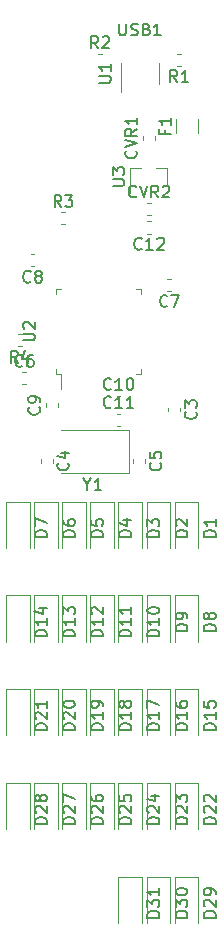
<source format=gbr>
G04 #@! TF.GenerationSoftware,KiCad,Pcbnew,(5.1.4-0)*
G04 #@! TF.CreationDate,2020-11-23T17:49:07+01:00*
G04 #@! TF.ProjectId,stm32split,73746d33-3273-4706-9c69-742e6b696361,rev?*
G04 #@! TF.SameCoordinates,Original*
G04 #@! TF.FileFunction,Legend,Top*
G04 #@! TF.FilePolarity,Positive*
%FSLAX46Y46*%
G04 Gerber Fmt 4.6, Leading zero omitted, Abs format (unit mm)*
G04 Created by KiCad (PCBNEW (5.1.4-0)) date 2020-11-23 17:49:07*
%MOMM*%
%LPD*%
G04 APERTURE LIST*
%ADD10C,0.120000*%
%ADD11C,0.150000*%
G04 APERTURE END LIST*
D10*
X105540000Y-93940000D02*
X99790000Y-93940000D01*
X105540000Y-97540000D02*
X105540000Y-93940000D01*
X99790000Y-97540000D02*
X105540000Y-97540000D01*
X107412779Y-76250000D02*
X107087221Y-76250000D01*
X107412779Y-77270000D02*
X107087221Y-77270000D01*
X104494721Y-93540000D02*
X104820279Y-93540000D01*
X104494721Y-92520000D02*
X104820279Y-92520000D01*
X104487221Y-92007500D02*
X104812779Y-92007500D01*
X104487221Y-90987500D02*
X104812779Y-90987500D01*
X99510000Y-91970279D02*
X99510000Y-91644721D01*
X98490000Y-91970279D02*
X98490000Y-91644721D01*
X97540279Y-79030000D02*
X97214721Y-79030000D01*
X97540279Y-80050000D02*
X97214721Y-80050000D01*
X109120279Y-81090000D02*
X108794721Y-81090000D01*
X109120279Y-82110000D02*
X108794721Y-82110000D01*
X96519721Y-90030000D02*
X96845279Y-90030000D01*
X96519721Y-89010000D02*
X96845279Y-89010000D01*
X99809721Y-76500000D02*
X100135279Y-76500000D01*
X99809721Y-75480000D02*
X100135279Y-75480000D01*
X102939721Y-63060000D02*
X103265279Y-63060000D01*
X102939721Y-62040000D02*
X103265279Y-62040000D01*
X109952779Y-62047500D02*
X109627221Y-62047500D01*
X109952779Y-63067500D02*
X109627221Y-63067500D01*
X111370000Y-68789564D02*
X111370000Y-67585436D01*
X109550000Y-68789564D02*
X109550000Y-67585436D01*
X96445279Y-85800000D02*
X96119721Y-85800000D01*
X96445279Y-86820000D02*
X96119721Y-86820000D01*
X107084721Y-75700000D02*
X107410279Y-75700000D01*
X107084721Y-74680000D02*
X107410279Y-74680000D01*
X107710000Y-69330279D02*
X107710000Y-69004721D01*
X106690000Y-69330279D02*
X106690000Y-69004721D01*
X105890000Y-96354721D02*
X105890000Y-96680279D01*
X106910000Y-96354721D02*
X106910000Y-96680279D01*
X98060000Y-96367221D02*
X98060000Y-96692779D01*
X99080000Y-96367221D02*
X99080000Y-96692779D01*
X108880000Y-92009721D02*
X108880000Y-92335279D01*
X109900000Y-92009721D02*
X109900000Y-92335279D01*
X106652500Y-131725000D02*
X106652500Y-135625000D01*
X104652500Y-131725000D02*
X104652500Y-135625000D01*
X106652500Y-131725000D02*
X104652500Y-131725000D01*
X109033750Y-131725000D02*
X109033750Y-135625000D01*
X107033750Y-131725000D02*
X107033750Y-135625000D01*
X109033750Y-131725000D02*
X107033750Y-131725000D01*
X111415000Y-131725000D02*
X111415000Y-135625000D01*
X109415000Y-131725000D02*
X109415000Y-135625000D01*
X111415000Y-131725000D02*
X109415000Y-131725000D01*
X97127500Y-123787500D02*
X97127500Y-127687500D01*
X95127500Y-123787500D02*
X95127500Y-127687500D01*
X97127500Y-123787500D02*
X95127500Y-123787500D01*
X99508750Y-123787500D02*
X99508750Y-127687500D01*
X97508750Y-123787500D02*
X97508750Y-127687500D01*
X99508750Y-123787500D02*
X97508750Y-123787500D01*
X101890000Y-123787500D02*
X101890000Y-127687500D01*
X99890000Y-123787500D02*
X99890000Y-127687500D01*
X101890000Y-123787500D02*
X99890000Y-123787500D01*
X104271250Y-123787500D02*
X104271250Y-127687500D01*
X102271250Y-123787500D02*
X102271250Y-127687500D01*
X104271250Y-123787500D02*
X102271250Y-123787500D01*
X106652500Y-123787500D02*
X106652500Y-127687500D01*
X104652500Y-123787500D02*
X104652500Y-127687500D01*
X106652500Y-123787500D02*
X104652500Y-123787500D01*
X109033750Y-123787500D02*
X109033750Y-127687500D01*
X107033750Y-123787500D02*
X107033750Y-127687500D01*
X109033750Y-123787500D02*
X107033750Y-123787500D01*
X111415000Y-123787500D02*
X111415000Y-127687500D01*
X109415000Y-123787500D02*
X109415000Y-127687500D01*
X111415000Y-123787500D02*
X109415000Y-123787500D01*
X97127500Y-115850000D02*
X97127500Y-119750000D01*
X95127500Y-115850000D02*
X95127500Y-119750000D01*
X97127500Y-115850000D02*
X95127500Y-115850000D01*
X99508750Y-115850000D02*
X99508750Y-119750000D01*
X97508750Y-115850000D02*
X97508750Y-119750000D01*
X99508750Y-115850000D02*
X97508750Y-115850000D01*
X101890000Y-115850000D02*
X101890000Y-119750000D01*
X99890000Y-115850000D02*
X99890000Y-119750000D01*
X101890000Y-115850000D02*
X99890000Y-115850000D01*
X104271250Y-115850000D02*
X104271250Y-119750000D01*
X102271250Y-115850000D02*
X102271250Y-119750000D01*
X104271250Y-115850000D02*
X102271250Y-115850000D01*
X106652500Y-115850000D02*
X106652500Y-119750000D01*
X104652500Y-115850000D02*
X104652500Y-119750000D01*
X106652500Y-115850000D02*
X104652500Y-115850000D01*
X109033750Y-115850000D02*
X109033750Y-119750000D01*
X107033750Y-115850000D02*
X107033750Y-119750000D01*
X109033750Y-115850000D02*
X107033750Y-115850000D01*
X111415000Y-115850000D02*
X111415000Y-119750000D01*
X109415000Y-115850000D02*
X109415000Y-119750000D01*
X111415000Y-115850000D02*
X109415000Y-115850000D01*
X97127500Y-107912500D02*
X97127500Y-111812500D01*
X95127500Y-107912500D02*
X95127500Y-111812500D01*
X97127500Y-107912500D02*
X95127500Y-107912500D01*
X99508750Y-107912500D02*
X99508750Y-111812500D01*
X97508750Y-107912500D02*
X97508750Y-111812500D01*
X99508750Y-107912500D02*
X97508750Y-107912500D01*
X101890000Y-107912500D02*
X101890000Y-111812500D01*
X99890000Y-107912500D02*
X99890000Y-111812500D01*
X101890000Y-107912500D02*
X99890000Y-107912500D01*
X104271250Y-107912500D02*
X104271250Y-111812500D01*
X102271250Y-107912500D02*
X102271250Y-111812500D01*
X104271250Y-107912500D02*
X102271250Y-107912500D01*
X106652500Y-107912500D02*
X106652500Y-111812500D01*
X104652500Y-107912500D02*
X104652500Y-111812500D01*
X106652500Y-107912500D02*
X104652500Y-107912500D01*
X109033750Y-107912500D02*
X109033750Y-111812500D01*
X107033750Y-107912500D02*
X107033750Y-111812500D01*
X109033750Y-107912500D02*
X107033750Y-107912500D01*
X111415000Y-107912500D02*
X111415000Y-111812500D01*
X109415000Y-107912500D02*
X109415000Y-111812500D01*
X111415000Y-107912500D02*
X109415000Y-107912500D01*
X97127500Y-99975000D02*
X97127500Y-103875000D01*
X95127500Y-99975000D02*
X95127500Y-103875000D01*
X97127500Y-99975000D02*
X95127500Y-99975000D01*
X99508750Y-99975000D02*
X99508750Y-103875000D01*
X97508750Y-99975000D02*
X97508750Y-103875000D01*
X99508750Y-99975000D02*
X97508750Y-99975000D01*
X101890000Y-99975000D02*
X101890000Y-103875000D01*
X99890000Y-99975000D02*
X99890000Y-103875000D01*
X101890000Y-99975000D02*
X99890000Y-99975000D01*
X104271250Y-99975000D02*
X104271250Y-103875000D01*
X102271250Y-99975000D02*
X102271250Y-103875000D01*
X104271250Y-99975000D02*
X102271250Y-99975000D01*
X106652500Y-99975000D02*
X106652500Y-103875000D01*
X104652500Y-99975000D02*
X104652500Y-103875000D01*
X106652500Y-99975000D02*
X104652500Y-99975000D01*
X109033750Y-99975000D02*
X109033750Y-103875000D01*
X107033750Y-99975000D02*
X107033750Y-103875000D01*
X109033750Y-99975000D02*
X107033750Y-99975000D01*
X111415000Y-99975000D02*
X111415000Y-103875000D01*
X109415000Y-99975000D02*
X109415000Y-103875000D01*
X111415000Y-99975000D02*
X109415000Y-99975000D01*
X108780000Y-71710000D02*
X108780000Y-73170000D01*
X105620000Y-71710000D02*
X105620000Y-73870000D01*
X105620000Y-71710000D02*
X106550000Y-71710000D01*
X108780000Y-71710000D02*
X107850000Y-71710000D01*
X99821250Y-89166250D02*
X99821250Y-90456250D01*
X99371250Y-89166250D02*
X99821250Y-89166250D01*
X99371250Y-88716250D02*
X99371250Y-89166250D01*
X99371250Y-81946250D02*
X99821250Y-81946250D01*
X99371250Y-82396250D02*
X99371250Y-81946250D01*
X106591250Y-89166250D02*
X106141250Y-89166250D01*
X106591250Y-88716250D02*
X106591250Y-89166250D01*
X106591250Y-81946250D02*
X106141250Y-81946250D01*
X106591250Y-82396250D02*
X106591250Y-81946250D01*
X104840000Y-62830000D02*
X104840000Y-65280000D01*
X108060000Y-64630000D02*
X108060000Y-62830000D01*
D11*
X102013809Y-98516190D02*
X102013809Y-98992380D01*
X101680476Y-97992380D02*
X102013809Y-98516190D01*
X102347142Y-97992380D01*
X103204285Y-98992380D02*
X102632857Y-98992380D01*
X102918571Y-98992380D02*
X102918571Y-97992380D01*
X102823333Y-98135238D01*
X102728095Y-98230476D01*
X102632857Y-98278095D01*
X104708154Y-59489880D02*
X104708154Y-60299404D01*
X104755773Y-60394642D01*
X104803392Y-60442261D01*
X104898630Y-60489880D01*
X105089107Y-60489880D01*
X105184345Y-60442261D01*
X105231964Y-60394642D01*
X105279583Y-60299404D01*
X105279583Y-59489880D01*
X105708154Y-60442261D02*
X105851011Y-60489880D01*
X106089107Y-60489880D01*
X106184345Y-60442261D01*
X106231964Y-60394642D01*
X106279583Y-60299404D01*
X106279583Y-60204166D01*
X106231964Y-60108928D01*
X106184345Y-60061309D01*
X106089107Y-60013690D01*
X105898630Y-59966071D01*
X105803392Y-59918452D01*
X105755773Y-59870833D01*
X105708154Y-59775595D01*
X105708154Y-59680357D01*
X105755773Y-59585119D01*
X105803392Y-59537500D01*
X105898630Y-59489880D01*
X106136726Y-59489880D01*
X106279583Y-59537500D01*
X107041488Y-59966071D02*
X107184345Y-60013690D01*
X107231964Y-60061309D01*
X107279583Y-60156547D01*
X107279583Y-60299404D01*
X107231964Y-60394642D01*
X107184345Y-60442261D01*
X107089107Y-60489880D01*
X106708154Y-60489880D01*
X106708154Y-59489880D01*
X107041488Y-59489880D01*
X107136726Y-59537500D01*
X107184345Y-59585119D01*
X107231964Y-59680357D01*
X107231964Y-59775595D01*
X107184345Y-59870833D01*
X107136726Y-59918452D01*
X107041488Y-59966071D01*
X106708154Y-59966071D01*
X108231964Y-60489880D02*
X107660535Y-60489880D01*
X107946250Y-60489880D02*
X107946250Y-59489880D01*
X107851011Y-59632738D01*
X107755773Y-59727976D01*
X107660535Y-59775595D01*
X106607142Y-78547142D02*
X106559523Y-78594761D01*
X106416666Y-78642380D01*
X106321428Y-78642380D01*
X106178571Y-78594761D01*
X106083333Y-78499523D01*
X106035714Y-78404285D01*
X105988095Y-78213809D01*
X105988095Y-78070952D01*
X106035714Y-77880476D01*
X106083333Y-77785238D01*
X106178571Y-77690000D01*
X106321428Y-77642380D01*
X106416666Y-77642380D01*
X106559523Y-77690000D01*
X106607142Y-77737619D01*
X107559523Y-78642380D02*
X106988095Y-78642380D01*
X107273809Y-78642380D02*
X107273809Y-77642380D01*
X107178571Y-77785238D01*
X107083333Y-77880476D01*
X106988095Y-77928095D01*
X107940476Y-77737619D02*
X107988095Y-77690000D01*
X108083333Y-77642380D01*
X108321428Y-77642380D01*
X108416666Y-77690000D01*
X108464285Y-77737619D01*
X108511904Y-77832857D01*
X108511904Y-77928095D01*
X108464285Y-78070952D01*
X107892857Y-78642380D01*
X108511904Y-78642380D01*
X104014642Y-91957142D02*
X103967023Y-92004761D01*
X103824166Y-92052380D01*
X103728928Y-92052380D01*
X103586071Y-92004761D01*
X103490833Y-91909523D01*
X103443214Y-91814285D01*
X103395595Y-91623809D01*
X103395595Y-91480952D01*
X103443214Y-91290476D01*
X103490833Y-91195238D01*
X103586071Y-91100000D01*
X103728928Y-91052380D01*
X103824166Y-91052380D01*
X103967023Y-91100000D01*
X104014642Y-91147619D01*
X104967023Y-92052380D02*
X104395595Y-92052380D01*
X104681309Y-92052380D02*
X104681309Y-91052380D01*
X104586071Y-91195238D01*
X104490833Y-91290476D01*
X104395595Y-91338095D01*
X105919404Y-92052380D02*
X105347976Y-92052380D01*
X105633690Y-92052380D02*
X105633690Y-91052380D01*
X105538452Y-91195238D01*
X105443214Y-91290476D01*
X105347976Y-91338095D01*
X104007142Y-90424642D02*
X103959523Y-90472261D01*
X103816666Y-90519880D01*
X103721428Y-90519880D01*
X103578571Y-90472261D01*
X103483333Y-90377023D01*
X103435714Y-90281785D01*
X103388095Y-90091309D01*
X103388095Y-89948452D01*
X103435714Y-89757976D01*
X103483333Y-89662738D01*
X103578571Y-89567500D01*
X103721428Y-89519880D01*
X103816666Y-89519880D01*
X103959523Y-89567500D01*
X104007142Y-89615119D01*
X104959523Y-90519880D02*
X104388095Y-90519880D01*
X104673809Y-90519880D02*
X104673809Y-89519880D01*
X104578571Y-89662738D01*
X104483333Y-89757976D01*
X104388095Y-89805595D01*
X105578571Y-89519880D02*
X105673809Y-89519880D01*
X105769047Y-89567500D01*
X105816666Y-89615119D01*
X105864285Y-89710357D01*
X105911904Y-89900833D01*
X105911904Y-90138928D01*
X105864285Y-90329404D01*
X105816666Y-90424642D01*
X105769047Y-90472261D01*
X105673809Y-90519880D01*
X105578571Y-90519880D01*
X105483333Y-90472261D01*
X105435714Y-90424642D01*
X105388095Y-90329404D01*
X105340476Y-90138928D01*
X105340476Y-89900833D01*
X105388095Y-89710357D01*
X105435714Y-89615119D01*
X105483333Y-89567500D01*
X105578571Y-89519880D01*
X97927142Y-91974166D02*
X97974761Y-92021785D01*
X98022380Y-92164642D01*
X98022380Y-92259880D01*
X97974761Y-92402738D01*
X97879523Y-92497976D01*
X97784285Y-92545595D01*
X97593809Y-92593214D01*
X97450952Y-92593214D01*
X97260476Y-92545595D01*
X97165238Y-92497976D01*
X97070000Y-92402738D01*
X97022380Y-92259880D01*
X97022380Y-92164642D01*
X97070000Y-92021785D01*
X97117619Y-91974166D01*
X98022380Y-91497976D02*
X98022380Y-91307500D01*
X97974761Y-91212261D01*
X97927142Y-91164642D01*
X97784285Y-91069404D01*
X97593809Y-91021785D01*
X97212857Y-91021785D01*
X97117619Y-91069404D01*
X97070000Y-91117023D01*
X97022380Y-91212261D01*
X97022380Y-91402738D01*
X97070000Y-91497976D01*
X97117619Y-91545595D01*
X97212857Y-91593214D01*
X97450952Y-91593214D01*
X97546190Y-91545595D01*
X97593809Y-91497976D01*
X97641428Y-91402738D01*
X97641428Y-91212261D01*
X97593809Y-91117023D01*
X97546190Y-91069404D01*
X97450952Y-91021785D01*
X97210833Y-81327142D02*
X97163214Y-81374761D01*
X97020357Y-81422380D01*
X96925119Y-81422380D01*
X96782261Y-81374761D01*
X96687023Y-81279523D01*
X96639404Y-81184285D01*
X96591785Y-80993809D01*
X96591785Y-80850952D01*
X96639404Y-80660476D01*
X96687023Y-80565238D01*
X96782261Y-80470000D01*
X96925119Y-80422380D01*
X97020357Y-80422380D01*
X97163214Y-80470000D01*
X97210833Y-80517619D01*
X97782261Y-80850952D02*
X97687023Y-80803333D01*
X97639404Y-80755714D01*
X97591785Y-80660476D01*
X97591785Y-80612857D01*
X97639404Y-80517619D01*
X97687023Y-80470000D01*
X97782261Y-80422380D01*
X97972738Y-80422380D01*
X98067976Y-80470000D01*
X98115595Y-80517619D01*
X98163214Y-80612857D01*
X98163214Y-80660476D01*
X98115595Y-80755714D01*
X98067976Y-80803333D01*
X97972738Y-80850952D01*
X97782261Y-80850952D01*
X97687023Y-80898571D01*
X97639404Y-80946190D01*
X97591785Y-81041428D01*
X97591785Y-81231904D01*
X97639404Y-81327142D01*
X97687023Y-81374761D01*
X97782261Y-81422380D01*
X97972738Y-81422380D01*
X98067976Y-81374761D01*
X98115595Y-81327142D01*
X98163214Y-81231904D01*
X98163214Y-81041428D01*
X98115595Y-80946190D01*
X98067976Y-80898571D01*
X97972738Y-80850952D01*
X108790833Y-83387142D02*
X108743214Y-83434761D01*
X108600357Y-83482380D01*
X108505119Y-83482380D01*
X108362261Y-83434761D01*
X108267023Y-83339523D01*
X108219404Y-83244285D01*
X108171785Y-83053809D01*
X108171785Y-82910952D01*
X108219404Y-82720476D01*
X108267023Y-82625238D01*
X108362261Y-82530000D01*
X108505119Y-82482380D01*
X108600357Y-82482380D01*
X108743214Y-82530000D01*
X108790833Y-82577619D01*
X109124166Y-82482380D02*
X109790833Y-82482380D01*
X109362261Y-83482380D01*
X96515833Y-88447142D02*
X96468214Y-88494761D01*
X96325357Y-88542380D01*
X96230119Y-88542380D01*
X96087261Y-88494761D01*
X95992023Y-88399523D01*
X95944404Y-88304285D01*
X95896785Y-88113809D01*
X95896785Y-87970952D01*
X95944404Y-87780476D01*
X95992023Y-87685238D01*
X96087261Y-87590000D01*
X96230119Y-87542380D01*
X96325357Y-87542380D01*
X96468214Y-87590000D01*
X96515833Y-87637619D01*
X97372976Y-87542380D02*
X97182500Y-87542380D01*
X97087261Y-87590000D01*
X97039642Y-87637619D01*
X96944404Y-87780476D01*
X96896785Y-87970952D01*
X96896785Y-88351904D01*
X96944404Y-88447142D01*
X96992023Y-88494761D01*
X97087261Y-88542380D01*
X97277738Y-88542380D01*
X97372976Y-88494761D01*
X97420595Y-88447142D01*
X97468214Y-88351904D01*
X97468214Y-88113809D01*
X97420595Y-88018571D01*
X97372976Y-87970952D01*
X97277738Y-87923333D01*
X97087261Y-87923333D01*
X96992023Y-87970952D01*
X96944404Y-88018571D01*
X96896785Y-88113809D01*
X99805833Y-75012380D02*
X99472500Y-74536190D01*
X99234404Y-75012380D02*
X99234404Y-74012380D01*
X99615357Y-74012380D01*
X99710595Y-74060000D01*
X99758214Y-74107619D01*
X99805833Y-74202857D01*
X99805833Y-74345714D01*
X99758214Y-74440952D01*
X99710595Y-74488571D01*
X99615357Y-74536190D01*
X99234404Y-74536190D01*
X100139166Y-74012380D02*
X100758214Y-74012380D01*
X100424880Y-74393333D01*
X100567738Y-74393333D01*
X100662976Y-74440952D01*
X100710595Y-74488571D01*
X100758214Y-74583809D01*
X100758214Y-74821904D01*
X100710595Y-74917142D01*
X100662976Y-74964761D01*
X100567738Y-75012380D01*
X100282023Y-75012380D01*
X100186785Y-74964761D01*
X100139166Y-74917142D01*
X102935833Y-61572380D02*
X102602500Y-61096190D01*
X102364404Y-61572380D02*
X102364404Y-60572380D01*
X102745357Y-60572380D01*
X102840595Y-60620000D01*
X102888214Y-60667619D01*
X102935833Y-60762857D01*
X102935833Y-60905714D01*
X102888214Y-61000952D01*
X102840595Y-61048571D01*
X102745357Y-61096190D01*
X102364404Y-61096190D01*
X103316785Y-60667619D02*
X103364404Y-60620000D01*
X103459642Y-60572380D01*
X103697738Y-60572380D01*
X103792976Y-60620000D01*
X103840595Y-60667619D01*
X103888214Y-60762857D01*
X103888214Y-60858095D01*
X103840595Y-61000952D01*
X103269166Y-61572380D01*
X103888214Y-61572380D01*
X109623333Y-64439880D02*
X109290000Y-63963690D01*
X109051904Y-64439880D02*
X109051904Y-63439880D01*
X109432857Y-63439880D01*
X109528095Y-63487500D01*
X109575714Y-63535119D01*
X109623333Y-63630357D01*
X109623333Y-63773214D01*
X109575714Y-63868452D01*
X109528095Y-63916071D01*
X109432857Y-63963690D01*
X109051904Y-63963690D01*
X110575714Y-64439880D02*
X110004285Y-64439880D01*
X110290000Y-64439880D02*
X110290000Y-63439880D01*
X110194761Y-63582738D01*
X110099523Y-63677976D01*
X110004285Y-63725595D01*
X108568571Y-68520833D02*
X108568571Y-68854166D01*
X109092380Y-68854166D02*
X108092380Y-68854166D01*
X108092380Y-68377976D01*
X109092380Y-67473214D02*
X109092380Y-68044642D01*
X109092380Y-67758928D02*
X108092380Y-67758928D01*
X108235238Y-67854166D01*
X108330476Y-67949404D01*
X108378095Y-68044642D01*
X96115833Y-88192380D02*
X95782500Y-87716190D01*
X95544404Y-88192380D02*
X95544404Y-87192380D01*
X95925357Y-87192380D01*
X96020595Y-87240000D01*
X96068214Y-87287619D01*
X96115833Y-87382857D01*
X96115833Y-87525714D01*
X96068214Y-87620952D01*
X96020595Y-87668571D01*
X95925357Y-87716190D01*
X95544404Y-87716190D01*
X96972976Y-87525714D02*
X96972976Y-88192380D01*
X96734880Y-87144761D02*
X96496785Y-87859047D01*
X97115833Y-87859047D01*
X106152261Y-74117142D02*
X106104642Y-74164761D01*
X105961785Y-74212380D01*
X105866547Y-74212380D01*
X105723690Y-74164761D01*
X105628452Y-74069523D01*
X105580833Y-73974285D01*
X105533214Y-73783809D01*
X105533214Y-73640952D01*
X105580833Y-73450476D01*
X105628452Y-73355238D01*
X105723690Y-73260000D01*
X105866547Y-73212380D01*
X105961785Y-73212380D01*
X106104642Y-73260000D01*
X106152261Y-73307619D01*
X106437976Y-73212380D02*
X106771309Y-74212380D01*
X107104642Y-73212380D01*
X108009404Y-74212380D02*
X107676071Y-73736190D01*
X107437976Y-74212380D02*
X107437976Y-73212380D01*
X107818928Y-73212380D01*
X107914166Y-73260000D01*
X107961785Y-73307619D01*
X108009404Y-73402857D01*
X108009404Y-73545714D01*
X107961785Y-73640952D01*
X107914166Y-73688571D01*
X107818928Y-73736190D01*
X107437976Y-73736190D01*
X108390357Y-73307619D02*
X108437976Y-73260000D01*
X108533214Y-73212380D01*
X108771309Y-73212380D01*
X108866547Y-73260000D01*
X108914166Y-73307619D01*
X108961785Y-73402857D01*
X108961785Y-73498095D01*
X108914166Y-73640952D01*
X108342738Y-74212380D01*
X108961785Y-74212380D01*
X106127142Y-70262738D02*
X106174761Y-70310357D01*
X106222380Y-70453214D01*
X106222380Y-70548452D01*
X106174761Y-70691309D01*
X106079523Y-70786547D01*
X105984285Y-70834166D01*
X105793809Y-70881785D01*
X105650952Y-70881785D01*
X105460476Y-70834166D01*
X105365238Y-70786547D01*
X105270000Y-70691309D01*
X105222380Y-70548452D01*
X105222380Y-70453214D01*
X105270000Y-70310357D01*
X105317619Y-70262738D01*
X105222380Y-69977023D02*
X106222380Y-69643690D01*
X105222380Y-69310357D01*
X106222380Y-68405595D02*
X105746190Y-68738928D01*
X106222380Y-68977023D02*
X105222380Y-68977023D01*
X105222380Y-68596071D01*
X105270000Y-68500833D01*
X105317619Y-68453214D01*
X105412857Y-68405595D01*
X105555714Y-68405595D01*
X105650952Y-68453214D01*
X105698571Y-68500833D01*
X105746190Y-68596071D01*
X105746190Y-68977023D01*
X106222380Y-67453214D02*
X106222380Y-68024642D01*
X106222380Y-67738928D02*
X105222380Y-67738928D01*
X105365238Y-67834166D01*
X105460476Y-67929404D01*
X105508095Y-68024642D01*
X108187142Y-96684166D02*
X108234761Y-96731785D01*
X108282380Y-96874642D01*
X108282380Y-96969880D01*
X108234761Y-97112738D01*
X108139523Y-97207976D01*
X108044285Y-97255595D01*
X107853809Y-97303214D01*
X107710952Y-97303214D01*
X107520476Y-97255595D01*
X107425238Y-97207976D01*
X107330000Y-97112738D01*
X107282380Y-96969880D01*
X107282380Y-96874642D01*
X107330000Y-96731785D01*
X107377619Y-96684166D01*
X107282380Y-95779404D02*
X107282380Y-96255595D01*
X107758571Y-96303214D01*
X107710952Y-96255595D01*
X107663333Y-96160357D01*
X107663333Y-95922261D01*
X107710952Y-95827023D01*
X107758571Y-95779404D01*
X107853809Y-95731785D01*
X108091904Y-95731785D01*
X108187142Y-95779404D01*
X108234761Y-95827023D01*
X108282380Y-95922261D01*
X108282380Y-96160357D01*
X108234761Y-96255595D01*
X108187142Y-96303214D01*
X100357142Y-96696666D02*
X100404761Y-96744285D01*
X100452380Y-96887142D01*
X100452380Y-96982380D01*
X100404761Y-97125238D01*
X100309523Y-97220476D01*
X100214285Y-97268095D01*
X100023809Y-97315714D01*
X99880952Y-97315714D01*
X99690476Y-97268095D01*
X99595238Y-97220476D01*
X99500000Y-97125238D01*
X99452380Y-96982380D01*
X99452380Y-96887142D01*
X99500000Y-96744285D01*
X99547619Y-96696666D01*
X99785714Y-95839523D02*
X100452380Y-95839523D01*
X99404761Y-96077619D02*
X100119047Y-96315714D01*
X100119047Y-95696666D01*
X111177142Y-92339166D02*
X111224761Y-92386785D01*
X111272380Y-92529642D01*
X111272380Y-92624880D01*
X111224761Y-92767738D01*
X111129523Y-92862976D01*
X111034285Y-92910595D01*
X110843809Y-92958214D01*
X110700952Y-92958214D01*
X110510476Y-92910595D01*
X110415238Y-92862976D01*
X110320000Y-92767738D01*
X110272380Y-92624880D01*
X110272380Y-92529642D01*
X110320000Y-92386785D01*
X110367619Y-92339166D01*
X110272380Y-92005833D02*
X110272380Y-91386785D01*
X110653333Y-91720119D01*
X110653333Y-91577261D01*
X110700952Y-91482023D01*
X110748571Y-91434404D01*
X110843809Y-91386785D01*
X111081904Y-91386785D01*
X111177142Y-91434404D01*
X111224761Y-91482023D01*
X111272380Y-91577261D01*
X111272380Y-91862976D01*
X111224761Y-91958214D01*
X111177142Y-92005833D01*
X108104880Y-135189285D02*
X107104880Y-135189285D01*
X107104880Y-134951190D01*
X107152500Y-134808333D01*
X107247738Y-134713095D01*
X107342976Y-134665476D01*
X107533452Y-134617857D01*
X107676309Y-134617857D01*
X107866785Y-134665476D01*
X107962023Y-134713095D01*
X108057261Y-134808333D01*
X108104880Y-134951190D01*
X108104880Y-135189285D01*
X107104880Y-134284523D02*
X107104880Y-133665476D01*
X107485833Y-133998809D01*
X107485833Y-133855952D01*
X107533452Y-133760714D01*
X107581071Y-133713095D01*
X107676309Y-133665476D01*
X107914404Y-133665476D01*
X108009642Y-133713095D01*
X108057261Y-133760714D01*
X108104880Y-133855952D01*
X108104880Y-134141666D01*
X108057261Y-134236904D01*
X108009642Y-134284523D01*
X108104880Y-132713095D02*
X108104880Y-133284523D01*
X108104880Y-132998809D02*
X107104880Y-132998809D01*
X107247738Y-133094047D01*
X107342976Y-133189285D01*
X107390595Y-133284523D01*
X110486130Y-135189285D02*
X109486130Y-135189285D01*
X109486130Y-134951190D01*
X109533750Y-134808333D01*
X109628988Y-134713095D01*
X109724226Y-134665476D01*
X109914702Y-134617857D01*
X110057559Y-134617857D01*
X110248035Y-134665476D01*
X110343273Y-134713095D01*
X110438511Y-134808333D01*
X110486130Y-134951190D01*
X110486130Y-135189285D01*
X109486130Y-134284523D02*
X109486130Y-133665476D01*
X109867083Y-133998809D01*
X109867083Y-133855952D01*
X109914702Y-133760714D01*
X109962321Y-133713095D01*
X110057559Y-133665476D01*
X110295654Y-133665476D01*
X110390892Y-133713095D01*
X110438511Y-133760714D01*
X110486130Y-133855952D01*
X110486130Y-134141666D01*
X110438511Y-134236904D01*
X110390892Y-134284523D01*
X109486130Y-133046428D02*
X109486130Y-132951190D01*
X109533750Y-132855952D01*
X109581369Y-132808333D01*
X109676607Y-132760714D01*
X109867083Y-132713095D01*
X110105178Y-132713095D01*
X110295654Y-132760714D01*
X110390892Y-132808333D01*
X110438511Y-132855952D01*
X110486130Y-132951190D01*
X110486130Y-133046428D01*
X110438511Y-133141666D01*
X110390892Y-133189285D01*
X110295654Y-133236904D01*
X110105178Y-133284523D01*
X109867083Y-133284523D01*
X109676607Y-133236904D01*
X109581369Y-133189285D01*
X109533750Y-133141666D01*
X109486130Y-133046428D01*
X112867380Y-135189285D02*
X111867380Y-135189285D01*
X111867380Y-134951190D01*
X111915000Y-134808333D01*
X112010238Y-134713095D01*
X112105476Y-134665476D01*
X112295952Y-134617857D01*
X112438809Y-134617857D01*
X112629285Y-134665476D01*
X112724523Y-134713095D01*
X112819761Y-134808333D01*
X112867380Y-134951190D01*
X112867380Y-135189285D01*
X111962619Y-134236904D02*
X111915000Y-134189285D01*
X111867380Y-134094047D01*
X111867380Y-133855952D01*
X111915000Y-133760714D01*
X111962619Y-133713095D01*
X112057857Y-133665476D01*
X112153095Y-133665476D01*
X112295952Y-133713095D01*
X112867380Y-134284523D01*
X112867380Y-133665476D01*
X112867380Y-133189285D02*
X112867380Y-132998809D01*
X112819761Y-132903571D01*
X112772142Y-132855952D01*
X112629285Y-132760714D01*
X112438809Y-132713095D01*
X112057857Y-132713095D01*
X111962619Y-132760714D01*
X111915000Y-132808333D01*
X111867380Y-132903571D01*
X111867380Y-133094047D01*
X111915000Y-133189285D01*
X111962619Y-133236904D01*
X112057857Y-133284523D01*
X112295952Y-133284523D01*
X112391190Y-133236904D01*
X112438809Y-133189285D01*
X112486428Y-133094047D01*
X112486428Y-132903571D01*
X112438809Y-132808333D01*
X112391190Y-132760714D01*
X112295952Y-132713095D01*
X98579880Y-127251785D02*
X97579880Y-127251785D01*
X97579880Y-127013690D01*
X97627500Y-126870833D01*
X97722738Y-126775595D01*
X97817976Y-126727976D01*
X98008452Y-126680357D01*
X98151309Y-126680357D01*
X98341785Y-126727976D01*
X98437023Y-126775595D01*
X98532261Y-126870833D01*
X98579880Y-127013690D01*
X98579880Y-127251785D01*
X97675119Y-126299404D02*
X97627500Y-126251785D01*
X97579880Y-126156547D01*
X97579880Y-125918452D01*
X97627500Y-125823214D01*
X97675119Y-125775595D01*
X97770357Y-125727976D01*
X97865595Y-125727976D01*
X98008452Y-125775595D01*
X98579880Y-126347023D01*
X98579880Y-125727976D01*
X98008452Y-125156547D02*
X97960833Y-125251785D01*
X97913214Y-125299404D01*
X97817976Y-125347023D01*
X97770357Y-125347023D01*
X97675119Y-125299404D01*
X97627500Y-125251785D01*
X97579880Y-125156547D01*
X97579880Y-124966071D01*
X97627500Y-124870833D01*
X97675119Y-124823214D01*
X97770357Y-124775595D01*
X97817976Y-124775595D01*
X97913214Y-124823214D01*
X97960833Y-124870833D01*
X98008452Y-124966071D01*
X98008452Y-125156547D01*
X98056071Y-125251785D01*
X98103690Y-125299404D01*
X98198928Y-125347023D01*
X98389404Y-125347023D01*
X98484642Y-125299404D01*
X98532261Y-125251785D01*
X98579880Y-125156547D01*
X98579880Y-124966071D01*
X98532261Y-124870833D01*
X98484642Y-124823214D01*
X98389404Y-124775595D01*
X98198928Y-124775595D01*
X98103690Y-124823214D01*
X98056071Y-124870833D01*
X98008452Y-124966071D01*
X100961130Y-127251785D02*
X99961130Y-127251785D01*
X99961130Y-127013690D01*
X100008750Y-126870833D01*
X100103988Y-126775595D01*
X100199226Y-126727976D01*
X100389702Y-126680357D01*
X100532559Y-126680357D01*
X100723035Y-126727976D01*
X100818273Y-126775595D01*
X100913511Y-126870833D01*
X100961130Y-127013690D01*
X100961130Y-127251785D01*
X100056369Y-126299404D02*
X100008750Y-126251785D01*
X99961130Y-126156547D01*
X99961130Y-125918452D01*
X100008750Y-125823214D01*
X100056369Y-125775595D01*
X100151607Y-125727976D01*
X100246845Y-125727976D01*
X100389702Y-125775595D01*
X100961130Y-126347023D01*
X100961130Y-125727976D01*
X99961130Y-125394642D02*
X99961130Y-124727976D01*
X100961130Y-125156547D01*
X103342380Y-127251785D02*
X102342380Y-127251785D01*
X102342380Y-127013690D01*
X102390000Y-126870833D01*
X102485238Y-126775595D01*
X102580476Y-126727976D01*
X102770952Y-126680357D01*
X102913809Y-126680357D01*
X103104285Y-126727976D01*
X103199523Y-126775595D01*
X103294761Y-126870833D01*
X103342380Y-127013690D01*
X103342380Y-127251785D01*
X102437619Y-126299404D02*
X102390000Y-126251785D01*
X102342380Y-126156547D01*
X102342380Y-125918452D01*
X102390000Y-125823214D01*
X102437619Y-125775595D01*
X102532857Y-125727976D01*
X102628095Y-125727976D01*
X102770952Y-125775595D01*
X103342380Y-126347023D01*
X103342380Y-125727976D01*
X102342380Y-124870833D02*
X102342380Y-125061309D01*
X102390000Y-125156547D01*
X102437619Y-125204166D01*
X102580476Y-125299404D01*
X102770952Y-125347023D01*
X103151904Y-125347023D01*
X103247142Y-125299404D01*
X103294761Y-125251785D01*
X103342380Y-125156547D01*
X103342380Y-124966071D01*
X103294761Y-124870833D01*
X103247142Y-124823214D01*
X103151904Y-124775595D01*
X102913809Y-124775595D01*
X102818571Y-124823214D01*
X102770952Y-124870833D01*
X102723333Y-124966071D01*
X102723333Y-125156547D01*
X102770952Y-125251785D01*
X102818571Y-125299404D01*
X102913809Y-125347023D01*
X105723630Y-127251785D02*
X104723630Y-127251785D01*
X104723630Y-127013690D01*
X104771250Y-126870833D01*
X104866488Y-126775595D01*
X104961726Y-126727976D01*
X105152202Y-126680357D01*
X105295059Y-126680357D01*
X105485535Y-126727976D01*
X105580773Y-126775595D01*
X105676011Y-126870833D01*
X105723630Y-127013690D01*
X105723630Y-127251785D01*
X104818869Y-126299404D02*
X104771250Y-126251785D01*
X104723630Y-126156547D01*
X104723630Y-125918452D01*
X104771250Y-125823214D01*
X104818869Y-125775595D01*
X104914107Y-125727976D01*
X105009345Y-125727976D01*
X105152202Y-125775595D01*
X105723630Y-126347023D01*
X105723630Y-125727976D01*
X104723630Y-124823214D02*
X104723630Y-125299404D01*
X105199821Y-125347023D01*
X105152202Y-125299404D01*
X105104583Y-125204166D01*
X105104583Y-124966071D01*
X105152202Y-124870833D01*
X105199821Y-124823214D01*
X105295059Y-124775595D01*
X105533154Y-124775595D01*
X105628392Y-124823214D01*
X105676011Y-124870833D01*
X105723630Y-124966071D01*
X105723630Y-125204166D01*
X105676011Y-125299404D01*
X105628392Y-125347023D01*
X108104880Y-127251785D02*
X107104880Y-127251785D01*
X107104880Y-127013690D01*
X107152500Y-126870833D01*
X107247738Y-126775595D01*
X107342976Y-126727976D01*
X107533452Y-126680357D01*
X107676309Y-126680357D01*
X107866785Y-126727976D01*
X107962023Y-126775595D01*
X108057261Y-126870833D01*
X108104880Y-127013690D01*
X108104880Y-127251785D01*
X107200119Y-126299404D02*
X107152500Y-126251785D01*
X107104880Y-126156547D01*
X107104880Y-125918452D01*
X107152500Y-125823214D01*
X107200119Y-125775595D01*
X107295357Y-125727976D01*
X107390595Y-125727976D01*
X107533452Y-125775595D01*
X108104880Y-126347023D01*
X108104880Y-125727976D01*
X107438214Y-124870833D02*
X108104880Y-124870833D01*
X107057261Y-125108928D02*
X107771547Y-125347023D01*
X107771547Y-124727976D01*
X110486130Y-127251785D02*
X109486130Y-127251785D01*
X109486130Y-127013690D01*
X109533750Y-126870833D01*
X109628988Y-126775595D01*
X109724226Y-126727976D01*
X109914702Y-126680357D01*
X110057559Y-126680357D01*
X110248035Y-126727976D01*
X110343273Y-126775595D01*
X110438511Y-126870833D01*
X110486130Y-127013690D01*
X110486130Y-127251785D01*
X109581369Y-126299404D02*
X109533750Y-126251785D01*
X109486130Y-126156547D01*
X109486130Y-125918452D01*
X109533750Y-125823214D01*
X109581369Y-125775595D01*
X109676607Y-125727976D01*
X109771845Y-125727976D01*
X109914702Y-125775595D01*
X110486130Y-126347023D01*
X110486130Y-125727976D01*
X109486130Y-125394642D02*
X109486130Y-124775595D01*
X109867083Y-125108928D01*
X109867083Y-124966071D01*
X109914702Y-124870833D01*
X109962321Y-124823214D01*
X110057559Y-124775595D01*
X110295654Y-124775595D01*
X110390892Y-124823214D01*
X110438511Y-124870833D01*
X110486130Y-124966071D01*
X110486130Y-125251785D01*
X110438511Y-125347023D01*
X110390892Y-125394642D01*
X112867380Y-127251785D02*
X111867380Y-127251785D01*
X111867380Y-127013690D01*
X111915000Y-126870833D01*
X112010238Y-126775595D01*
X112105476Y-126727976D01*
X112295952Y-126680357D01*
X112438809Y-126680357D01*
X112629285Y-126727976D01*
X112724523Y-126775595D01*
X112819761Y-126870833D01*
X112867380Y-127013690D01*
X112867380Y-127251785D01*
X111962619Y-126299404D02*
X111915000Y-126251785D01*
X111867380Y-126156547D01*
X111867380Y-125918452D01*
X111915000Y-125823214D01*
X111962619Y-125775595D01*
X112057857Y-125727976D01*
X112153095Y-125727976D01*
X112295952Y-125775595D01*
X112867380Y-126347023D01*
X112867380Y-125727976D01*
X111962619Y-125347023D02*
X111915000Y-125299404D01*
X111867380Y-125204166D01*
X111867380Y-124966071D01*
X111915000Y-124870833D01*
X111962619Y-124823214D01*
X112057857Y-124775595D01*
X112153095Y-124775595D01*
X112295952Y-124823214D01*
X112867380Y-125394642D01*
X112867380Y-124775595D01*
X98579880Y-119314285D02*
X97579880Y-119314285D01*
X97579880Y-119076190D01*
X97627500Y-118933333D01*
X97722738Y-118838095D01*
X97817976Y-118790476D01*
X98008452Y-118742857D01*
X98151309Y-118742857D01*
X98341785Y-118790476D01*
X98437023Y-118838095D01*
X98532261Y-118933333D01*
X98579880Y-119076190D01*
X98579880Y-119314285D01*
X97675119Y-118361904D02*
X97627500Y-118314285D01*
X97579880Y-118219047D01*
X97579880Y-117980952D01*
X97627500Y-117885714D01*
X97675119Y-117838095D01*
X97770357Y-117790476D01*
X97865595Y-117790476D01*
X98008452Y-117838095D01*
X98579880Y-118409523D01*
X98579880Y-117790476D01*
X98579880Y-116838095D02*
X98579880Y-117409523D01*
X98579880Y-117123809D02*
X97579880Y-117123809D01*
X97722738Y-117219047D01*
X97817976Y-117314285D01*
X97865595Y-117409523D01*
X100961130Y-119314285D02*
X99961130Y-119314285D01*
X99961130Y-119076190D01*
X100008750Y-118933333D01*
X100103988Y-118838095D01*
X100199226Y-118790476D01*
X100389702Y-118742857D01*
X100532559Y-118742857D01*
X100723035Y-118790476D01*
X100818273Y-118838095D01*
X100913511Y-118933333D01*
X100961130Y-119076190D01*
X100961130Y-119314285D01*
X100056369Y-118361904D02*
X100008750Y-118314285D01*
X99961130Y-118219047D01*
X99961130Y-117980952D01*
X100008750Y-117885714D01*
X100056369Y-117838095D01*
X100151607Y-117790476D01*
X100246845Y-117790476D01*
X100389702Y-117838095D01*
X100961130Y-118409523D01*
X100961130Y-117790476D01*
X99961130Y-117171428D02*
X99961130Y-117076190D01*
X100008750Y-116980952D01*
X100056369Y-116933333D01*
X100151607Y-116885714D01*
X100342083Y-116838095D01*
X100580178Y-116838095D01*
X100770654Y-116885714D01*
X100865892Y-116933333D01*
X100913511Y-116980952D01*
X100961130Y-117076190D01*
X100961130Y-117171428D01*
X100913511Y-117266666D01*
X100865892Y-117314285D01*
X100770654Y-117361904D01*
X100580178Y-117409523D01*
X100342083Y-117409523D01*
X100151607Y-117361904D01*
X100056369Y-117314285D01*
X100008750Y-117266666D01*
X99961130Y-117171428D01*
X103342380Y-119314285D02*
X102342380Y-119314285D01*
X102342380Y-119076190D01*
X102390000Y-118933333D01*
X102485238Y-118838095D01*
X102580476Y-118790476D01*
X102770952Y-118742857D01*
X102913809Y-118742857D01*
X103104285Y-118790476D01*
X103199523Y-118838095D01*
X103294761Y-118933333D01*
X103342380Y-119076190D01*
X103342380Y-119314285D01*
X103342380Y-117790476D02*
X103342380Y-118361904D01*
X103342380Y-118076190D02*
X102342380Y-118076190D01*
X102485238Y-118171428D01*
X102580476Y-118266666D01*
X102628095Y-118361904D01*
X103342380Y-117314285D02*
X103342380Y-117123809D01*
X103294761Y-117028571D01*
X103247142Y-116980952D01*
X103104285Y-116885714D01*
X102913809Y-116838095D01*
X102532857Y-116838095D01*
X102437619Y-116885714D01*
X102390000Y-116933333D01*
X102342380Y-117028571D01*
X102342380Y-117219047D01*
X102390000Y-117314285D01*
X102437619Y-117361904D01*
X102532857Y-117409523D01*
X102770952Y-117409523D01*
X102866190Y-117361904D01*
X102913809Y-117314285D01*
X102961428Y-117219047D01*
X102961428Y-117028571D01*
X102913809Y-116933333D01*
X102866190Y-116885714D01*
X102770952Y-116838095D01*
X105723630Y-119314285D02*
X104723630Y-119314285D01*
X104723630Y-119076190D01*
X104771250Y-118933333D01*
X104866488Y-118838095D01*
X104961726Y-118790476D01*
X105152202Y-118742857D01*
X105295059Y-118742857D01*
X105485535Y-118790476D01*
X105580773Y-118838095D01*
X105676011Y-118933333D01*
X105723630Y-119076190D01*
X105723630Y-119314285D01*
X105723630Y-117790476D02*
X105723630Y-118361904D01*
X105723630Y-118076190D02*
X104723630Y-118076190D01*
X104866488Y-118171428D01*
X104961726Y-118266666D01*
X105009345Y-118361904D01*
X105152202Y-117219047D02*
X105104583Y-117314285D01*
X105056964Y-117361904D01*
X104961726Y-117409523D01*
X104914107Y-117409523D01*
X104818869Y-117361904D01*
X104771250Y-117314285D01*
X104723630Y-117219047D01*
X104723630Y-117028571D01*
X104771250Y-116933333D01*
X104818869Y-116885714D01*
X104914107Y-116838095D01*
X104961726Y-116838095D01*
X105056964Y-116885714D01*
X105104583Y-116933333D01*
X105152202Y-117028571D01*
X105152202Y-117219047D01*
X105199821Y-117314285D01*
X105247440Y-117361904D01*
X105342678Y-117409523D01*
X105533154Y-117409523D01*
X105628392Y-117361904D01*
X105676011Y-117314285D01*
X105723630Y-117219047D01*
X105723630Y-117028571D01*
X105676011Y-116933333D01*
X105628392Y-116885714D01*
X105533154Y-116838095D01*
X105342678Y-116838095D01*
X105247440Y-116885714D01*
X105199821Y-116933333D01*
X105152202Y-117028571D01*
X108104880Y-119314285D02*
X107104880Y-119314285D01*
X107104880Y-119076190D01*
X107152500Y-118933333D01*
X107247738Y-118838095D01*
X107342976Y-118790476D01*
X107533452Y-118742857D01*
X107676309Y-118742857D01*
X107866785Y-118790476D01*
X107962023Y-118838095D01*
X108057261Y-118933333D01*
X108104880Y-119076190D01*
X108104880Y-119314285D01*
X108104880Y-117790476D02*
X108104880Y-118361904D01*
X108104880Y-118076190D02*
X107104880Y-118076190D01*
X107247738Y-118171428D01*
X107342976Y-118266666D01*
X107390595Y-118361904D01*
X107104880Y-117457142D02*
X107104880Y-116790476D01*
X108104880Y-117219047D01*
X110486130Y-119314285D02*
X109486130Y-119314285D01*
X109486130Y-119076190D01*
X109533750Y-118933333D01*
X109628988Y-118838095D01*
X109724226Y-118790476D01*
X109914702Y-118742857D01*
X110057559Y-118742857D01*
X110248035Y-118790476D01*
X110343273Y-118838095D01*
X110438511Y-118933333D01*
X110486130Y-119076190D01*
X110486130Y-119314285D01*
X110486130Y-117790476D02*
X110486130Y-118361904D01*
X110486130Y-118076190D02*
X109486130Y-118076190D01*
X109628988Y-118171428D01*
X109724226Y-118266666D01*
X109771845Y-118361904D01*
X109486130Y-116933333D02*
X109486130Y-117123809D01*
X109533750Y-117219047D01*
X109581369Y-117266666D01*
X109724226Y-117361904D01*
X109914702Y-117409523D01*
X110295654Y-117409523D01*
X110390892Y-117361904D01*
X110438511Y-117314285D01*
X110486130Y-117219047D01*
X110486130Y-117028571D01*
X110438511Y-116933333D01*
X110390892Y-116885714D01*
X110295654Y-116838095D01*
X110057559Y-116838095D01*
X109962321Y-116885714D01*
X109914702Y-116933333D01*
X109867083Y-117028571D01*
X109867083Y-117219047D01*
X109914702Y-117314285D01*
X109962321Y-117361904D01*
X110057559Y-117409523D01*
X112867380Y-119314285D02*
X111867380Y-119314285D01*
X111867380Y-119076190D01*
X111915000Y-118933333D01*
X112010238Y-118838095D01*
X112105476Y-118790476D01*
X112295952Y-118742857D01*
X112438809Y-118742857D01*
X112629285Y-118790476D01*
X112724523Y-118838095D01*
X112819761Y-118933333D01*
X112867380Y-119076190D01*
X112867380Y-119314285D01*
X112867380Y-117790476D02*
X112867380Y-118361904D01*
X112867380Y-118076190D02*
X111867380Y-118076190D01*
X112010238Y-118171428D01*
X112105476Y-118266666D01*
X112153095Y-118361904D01*
X111867380Y-116885714D02*
X111867380Y-117361904D01*
X112343571Y-117409523D01*
X112295952Y-117361904D01*
X112248333Y-117266666D01*
X112248333Y-117028571D01*
X112295952Y-116933333D01*
X112343571Y-116885714D01*
X112438809Y-116838095D01*
X112676904Y-116838095D01*
X112772142Y-116885714D01*
X112819761Y-116933333D01*
X112867380Y-117028571D01*
X112867380Y-117266666D01*
X112819761Y-117361904D01*
X112772142Y-117409523D01*
X98579880Y-111376785D02*
X97579880Y-111376785D01*
X97579880Y-111138690D01*
X97627500Y-110995833D01*
X97722738Y-110900595D01*
X97817976Y-110852976D01*
X98008452Y-110805357D01*
X98151309Y-110805357D01*
X98341785Y-110852976D01*
X98437023Y-110900595D01*
X98532261Y-110995833D01*
X98579880Y-111138690D01*
X98579880Y-111376785D01*
X98579880Y-109852976D02*
X98579880Y-110424404D01*
X98579880Y-110138690D02*
X97579880Y-110138690D01*
X97722738Y-110233928D01*
X97817976Y-110329166D01*
X97865595Y-110424404D01*
X97913214Y-108995833D02*
X98579880Y-108995833D01*
X97532261Y-109233928D02*
X98246547Y-109472023D01*
X98246547Y-108852976D01*
X100961130Y-111376785D02*
X99961130Y-111376785D01*
X99961130Y-111138690D01*
X100008750Y-110995833D01*
X100103988Y-110900595D01*
X100199226Y-110852976D01*
X100389702Y-110805357D01*
X100532559Y-110805357D01*
X100723035Y-110852976D01*
X100818273Y-110900595D01*
X100913511Y-110995833D01*
X100961130Y-111138690D01*
X100961130Y-111376785D01*
X100961130Y-109852976D02*
X100961130Y-110424404D01*
X100961130Y-110138690D02*
X99961130Y-110138690D01*
X100103988Y-110233928D01*
X100199226Y-110329166D01*
X100246845Y-110424404D01*
X99961130Y-109519642D02*
X99961130Y-108900595D01*
X100342083Y-109233928D01*
X100342083Y-109091071D01*
X100389702Y-108995833D01*
X100437321Y-108948214D01*
X100532559Y-108900595D01*
X100770654Y-108900595D01*
X100865892Y-108948214D01*
X100913511Y-108995833D01*
X100961130Y-109091071D01*
X100961130Y-109376785D01*
X100913511Y-109472023D01*
X100865892Y-109519642D01*
X103342380Y-111376785D02*
X102342380Y-111376785D01*
X102342380Y-111138690D01*
X102390000Y-110995833D01*
X102485238Y-110900595D01*
X102580476Y-110852976D01*
X102770952Y-110805357D01*
X102913809Y-110805357D01*
X103104285Y-110852976D01*
X103199523Y-110900595D01*
X103294761Y-110995833D01*
X103342380Y-111138690D01*
X103342380Y-111376785D01*
X103342380Y-109852976D02*
X103342380Y-110424404D01*
X103342380Y-110138690D02*
X102342380Y-110138690D01*
X102485238Y-110233928D01*
X102580476Y-110329166D01*
X102628095Y-110424404D01*
X102437619Y-109472023D02*
X102390000Y-109424404D01*
X102342380Y-109329166D01*
X102342380Y-109091071D01*
X102390000Y-108995833D01*
X102437619Y-108948214D01*
X102532857Y-108900595D01*
X102628095Y-108900595D01*
X102770952Y-108948214D01*
X103342380Y-109519642D01*
X103342380Y-108900595D01*
X105723630Y-111376785D02*
X104723630Y-111376785D01*
X104723630Y-111138690D01*
X104771250Y-110995833D01*
X104866488Y-110900595D01*
X104961726Y-110852976D01*
X105152202Y-110805357D01*
X105295059Y-110805357D01*
X105485535Y-110852976D01*
X105580773Y-110900595D01*
X105676011Y-110995833D01*
X105723630Y-111138690D01*
X105723630Y-111376785D01*
X105723630Y-109852976D02*
X105723630Y-110424404D01*
X105723630Y-110138690D02*
X104723630Y-110138690D01*
X104866488Y-110233928D01*
X104961726Y-110329166D01*
X105009345Y-110424404D01*
X105723630Y-108900595D02*
X105723630Y-109472023D01*
X105723630Y-109186309D02*
X104723630Y-109186309D01*
X104866488Y-109281547D01*
X104961726Y-109376785D01*
X105009345Y-109472023D01*
X108104880Y-111376785D02*
X107104880Y-111376785D01*
X107104880Y-111138690D01*
X107152500Y-110995833D01*
X107247738Y-110900595D01*
X107342976Y-110852976D01*
X107533452Y-110805357D01*
X107676309Y-110805357D01*
X107866785Y-110852976D01*
X107962023Y-110900595D01*
X108057261Y-110995833D01*
X108104880Y-111138690D01*
X108104880Y-111376785D01*
X108104880Y-109852976D02*
X108104880Y-110424404D01*
X108104880Y-110138690D02*
X107104880Y-110138690D01*
X107247738Y-110233928D01*
X107342976Y-110329166D01*
X107390595Y-110424404D01*
X107104880Y-109233928D02*
X107104880Y-109138690D01*
X107152500Y-109043452D01*
X107200119Y-108995833D01*
X107295357Y-108948214D01*
X107485833Y-108900595D01*
X107723928Y-108900595D01*
X107914404Y-108948214D01*
X108009642Y-108995833D01*
X108057261Y-109043452D01*
X108104880Y-109138690D01*
X108104880Y-109233928D01*
X108057261Y-109329166D01*
X108009642Y-109376785D01*
X107914404Y-109424404D01*
X107723928Y-109472023D01*
X107485833Y-109472023D01*
X107295357Y-109424404D01*
X107200119Y-109376785D01*
X107152500Y-109329166D01*
X107104880Y-109233928D01*
X110486130Y-110900595D02*
X109486130Y-110900595D01*
X109486130Y-110662500D01*
X109533750Y-110519642D01*
X109628988Y-110424404D01*
X109724226Y-110376785D01*
X109914702Y-110329166D01*
X110057559Y-110329166D01*
X110248035Y-110376785D01*
X110343273Y-110424404D01*
X110438511Y-110519642D01*
X110486130Y-110662500D01*
X110486130Y-110900595D01*
X110486130Y-109852976D02*
X110486130Y-109662500D01*
X110438511Y-109567261D01*
X110390892Y-109519642D01*
X110248035Y-109424404D01*
X110057559Y-109376785D01*
X109676607Y-109376785D01*
X109581369Y-109424404D01*
X109533750Y-109472023D01*
X109486130Y-109567261D01*
X109486130Y-109757738D01*
X109533750Y-109852976D01*
X109581369Y-109900595D01*
X109676607Y-109948214D01*
X109914702Y-109948214D01*
X110009940Y-109900595D01*
X110057559Y-109852976D01*
X110105178Y-109757738D01*
X110105178Y-109567261D01*
X110057559Y-109472023D01*
X110009940Y-109424404D01*
X109914702Y-109376785D01*
X112867380Y-110900595D02*
X111867380Y-110900595D01*
X111867380Y-110662500D01*
X111915000Y-110519642D01*
X112010238Y-110424404D01*
X112105476Y-110376785D01*
X112295952Y-110329166D01*
X112438809Y-110329166D01*
X112629285Y-110376785D01*
X112724523Y-110424404D01*
X112819761Y-110519642D01*
X112867380Y-110662500D01*
X112867380Y-110900595D01*
X112295952Y-109757738D02*
X112248333Y-109852976D01*
X112200714Y-109900595D01*
X112105476Y-109948214D01*
X112057857Y-109948214D01*
X111962619Y-109900595D01*
X111915000Y-109852976D01*
X111867380Y-109757738D01*
X111867380Y-109567261D01*
X111915000Y-109472023D01*
X111962619Y-109424404D01*
X112057857Y-109376785D01*
X112105476Y-109376785D01*
X112200714Y-109424404D01*
X112248333Y-109472023D01*
X112295952Y-109567261D01*
X112295952Y-109757738D01*
X112343571Y-109852976D01*
X112391190Y-109900595D01*
X112486428Y-109948214D01*
X112676904Y-109948214D01*
X112772142Y-109900595D01*
X112819761Y-109852976D01*
X112867380Y-109757738D01*
X112867380Y-109567261D01*
X112819761Y-109472023D01*
X112772142Y-109424404D01*
X112676904Y-109376785D01*
X112486428Y-109376785D01*
X112391190Y-109424404D01*
X112343571Y-109472023D01*
X112295952Y-109567261D01*
X98579880Y-102963095D02*
X97579880Y-102963095D01*
X97579880Y-102725000D01*
X97627500Y-102582142D01*
X97722738Y-102486904D01*
X97817976Y-102439285D01*
X98008452Y-102391666D01*
X98151309Y-102391666D01*
X98341785Y-102439285D01*
X98437023Y-102486904D01*
X98532261Y-102582142D01*
X98579880Y-102725000D01*
X98579880Y-102963095D01*
X97579880Y-102058333D02*
X97579880Y-101391666D01*
X98579880Y-101820238D01*
X100961130Y-102963095D02*
X99961130Y-102963095D01*
X99961130Y-102725000D01*
X100008750Y-102582142D01*
X100103988Y-102486904D01*
X100199226Y-102439285D01*
X100389702Y-102391666D01*
X100532559Y-102391666D01*
X100723035Y-102439285D01*
X100818273Y-102486904D01*
X100913511Y-102582142D01*
X100961130Y-102725000D01*
X100961130Y-102963095D01*
X99961130Y-101534523D02*
X99961130Y-101725000D01*
X100008750Y-101820238D01*
X100056369Y-101867857D01*
X100199226Y-101963095D01*
X100389702Y-102010714D01*
X100770654Y-102010714D01*
X100865892Y-101963095D01*
X100913511Y-101915476D01*
X100961130Y-101820238D01*
X100961130Y-101629761D01*
X100913511Y-101534523D01*
X100865892Y-101486904D01*
X100770654Y-101439285D01*
X100532559Y-101439285D01*
X100437321Y-101486904D01*
X100389702Y-101534523D01*
X100342083Y-101629761D01*
X100342083Y-101820238D01*
X100389702Y-101915476D01*
X100437321Y-101963095D01*
X100532559Y-102010714D01*
X103342380Y-102963095D02*
X102342380Y-102963095D01*
X102342380Y-102725000D01*
X102390000Y-102582142D01*
X102485238Y-102486904D01*
X102580476Y-102439285D01*
X102770952Y-102391666D01*
X102913809Y-102391666D01*
X103104285Y-102439285D01*
X103199523Y-102486904D01*
X103294761Y-102582142D01*
X103342380Y-102725000D01*
X103342380Y-102963095D01*
X102342380Y-101486904D02*
X102342380Y-101963095D01*
X102818571Y-102010714D01*
X102770952Y-101963095D01*
X102723333Y-101867857D01*
X102723333Y-101629761D01*
X102770952Y-101534523D01*
X102818571Y-101486904D01*
X102913809Y-101439285D01*
X103151904Y-101439285D01*
X103247142Y-101486904D01*
X103294761Y-101534523D01*
X103342380Y-101629761D01*
X103342380Y-101867857D01*
X103294761Y-101963095D01*
X103247142Y-102010714D01*
X105723630Y-102963095D02*
X104723630Y-102963095D01*
X104723630Y-102725000D01*
X104771250Y-102582142D01*
X104866488Y-102486904D01*
X104961726Y-102439285D01*
X105152202Y-102391666D01*
X105295059Y-102391666D01*
X105485535Y-102439285D01*
X105580773Y-102486904D01*
X105676011Y-102582142D01*
X105723630Y-102725000D01*
X105723630Y-102963095D01*
X105056964Y-101534523D02*
X105723630Y-101534523D01*
X104676011Y-101772619D02*
X105390297Y-102010714D01*
X105390297Y-101391666D01*
X108104880Y-102963095D02*
X107104880Y-102963095D01*
X107104880Y-102725000D01*
X107152500Y-102582142D01*
X107247738Y-102486904D01*
X107342976Y-102439285D01*
X107533452Y-102391666D01*
X107676309Y-102391666D01*
X107866785Y-102439285D01*
X107962023Y-102486904D01*
X108057261Y-102582142D01*
X108104880Y-102725000D01*
X108104880Y-102963095D01*
X107104880Y-102058333D02*
X107104880Y-101439285D01*
X107485833Y-101772619D01*
X107485833Y-101629761D01*
X107533452Y-101534523D01*
X107581071Y-101486904D01*
X107676309Y-101439285D01*
X107914404Y-101439285D01*
X108009642Y-101486904D01*
X108057261Y-101534523D01*
X108104880Y-101629761D01*
X108104880Y-101915476D01*
X108057261Y-102010714D01*
X108009642Y-102058333D01*
X110486130Y-102963095D02*
X109486130Y-102963095D01*
X109486130Y-102725000D01*
X109533750Y-102582142D01*
X109628988Y-102486904D01*
X109724226Y-102439285D01*
X109914702Y-102391666D01*
X110057559Y-102391666D01*
X110248035Y-102439285D01*
X110343273Y-102486904D01*
X110438511Y-102582142D01*
X110486130Y-102725000D01*
X110486130Y-102963095D01*
X109581369Y-102010714D02*
X109533750Y-101963095D01*
X109486130Y-101867857D01*
X109486130Y-101629761D01*
X109533750Y-101534523D01*
X109581369Y-101486904D01*
X109676607Y-101439285D01*
X109771845Y-101439285D01*
X109914702Y-101486904D01*
X110486130Y-102058333D01*
X110486130Y-101439285D01*
X112867380Y-102963095D02*
X111867380Y-102963095D01*
X111867380Y-102725000D01*
X111915000Y-102582142D01*
X112010238Y-102486904D01*
X112105476Y-102439285D01*
X112295952Y-102391666D01*
X112438809Y-102391666D01*
X112629285Y-102439285D01*
X112724523Y-102486904D01*
X112819761Y-102582142D01*
X112867380Y-102725000D01*
X112867380Y-102963095D01*
X112867380Y-101439285D02*
X112867380Y-102010714D01*
X112867380Y-101725000D02*
X111867380Y-101725000D01*
X112010238Y-101820238D01*
X112105476Y-101915476D01*
X112153095Y-102010714D01*
X104152380Y-73231904D02*
X104961904Y-73231904D01*
X105057142Y-73184285D01*
X105104761Y-73136666D01*
X105152380Y-73041428D01*
X105152380Y-72850952D01*
X105104761Y-72755714D01*
X105057142Y-72708095D01*
X104961904Y-72660476D01*
X104152380Y-72660476D01*
X104152380Y-72279523D02*
X104152380Y-71660476D01*
X104533333Y-71993809D01*
X104533333Y-71850952D01*
X104580952Y-71755714D01*
X104628571Y-71708095D01*
X104723809Y-71660476D01*
X104961904Y-71660476D01*
X105057142Y-71708095D01*
X105104761Y-71755714D01*
X105152380Y-71850952D01*
X105152380Y-72136666D01*
X105104761Y-72231904D01*
X105057142Y-72279523D01*
X96583630Y-86318154D02*
X97393154Y-86318154D01*
X97488392Y-86270535D01*
X97536011Y-86222916D01*
X97583630Y-86127678D01*
X97583630Y-85937202D01*
X97536011Y-85841964D01*
X97488392Y-85794345D01*
X97393154Y-85746726D01*
X96583630Y-85746726D01*
X96678869Y-85318154D02*
X96631250Y-85270535D01*
X96583630Y-85175297D01*
X96583630Y-84937202D01*
X96631250Y-84841964D01*
X96678869Y-84794345D01*
X96774107Y-84746726D01*
X96869345Y-84746726D01*
X97012202Y-84794345D01*
X97583630Y-85365773D01*
X97583630Y-84746726D01*
X103002380Y-64491904D02*
X103811904Y-64491904D01*
X103907142Y-64444285D01*
X103954761Y-64396666D01*
X104002380Y-64301428D01*
X104002380Y-64110952D01*
X103954761Y-64015714D01*
X103907142Y-63968095D01*
X103811904Y-63920476D01*
X103002380Y-63920476D01*
X104002380Y-62920476D02*
X104002380Y-63491904D01*
X104002380Y-63206190D02*
X103002380Y-63206190D01*
X103145238Y-63301428D01*
X103240476Y-63396666D01*
X103288095Y-63491904D01*
M02*

</source>
